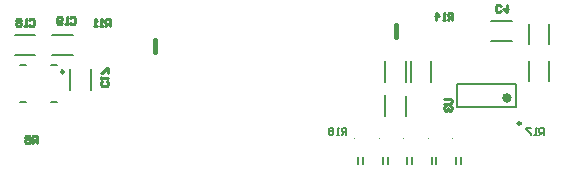
<source format=gbo>
G04*
G04 #@! TF.GenerationSoftware,Altium Limited,Altium Designer,23.10.1 (27)*
G04*
G04 Layer_Color=32896*
%FSLAX44Y44*%
%MOMM*%
G71*
G04*
G04 #@! TF.SameCoordinates,AB5FA82C-F65C-42C8-8390-C989D648E836*
G04*
G04*
G04 #@! TF.FilePolarity,Positive*
G04*
G01*
G75*
%ADD10C,0.2500*%
%ADD11C,0.2000*%
%ADD12C,0.4000*%
%ADD15C,0.2540*%
%ADD54C,0.1000*%
D10*
X795690Y948240D02*
G03*
X795690Y948240I-1250J0D01*
G01*
X408850Y991710D02*
G03*
X408850Y991710I-1250J0D01*
G01*
D11*
X699549Y913940D02*
Y919940D01*
X703549Y913940D02*
Y919940D01*
X682849Y913940D02*
Y919940D01*
X678848Y913940D02*
Y919940D01*
X724249Y913940D02*
Y919940D01*
X720249Y913940D02*
Y919940D01*
X744950Y913940D02*
Y919940D01*
X740950Y913940D02*
Y919940D01*
X658148Y913940D02*
Y919940D01*
X662148Y913940D02*
Y919940D01*
X741890Y961740D02*
Y981740D01*
X791890Y961740D02*
Y981740D01*
X741890D02*
X791890D01*
X741890Y961740D02*
X791890D01*
X702670Y983173D02*
Y1000673D01*
X719700Y983120D02*
Y1000620D01*
X698140Y954207D02*
Y971707D01*
X681110Y954260D02*
Y971760D01*
X681080Y983173D02*
Y1000673D01*
X698110Y983120D02*
Y1000620D01*
X802810Y983713D02*
Y1001213D01*
X819840Y983660D02*
Y1001160D01*
X819870Y1015007D02*
Y1032507D01*
X802840Y1015060D02*
Y1032560D01*
X770787Y1017820D02*
X788287D01*
X770840Y1034850D02*
X788340D01*
X431440Y976717D02*
Y994217D01*
X414410Y976770D02*
Y994270D01*
X403100Y997210D02*
Y997460D01*
Y965960D02*
Y966210D01*
X371600Y965960D02*
X376850D01*
X397850D02*
X403100D01*
X371600Y997210D02*
Y997460D01*
Y965960D02*
Y966210D01*
Y997460D02*
X376850D01*
X397850D02*
X403100D01*
X367117Y1006200D02*
X384617D01*
X367170Y1023230D02*
X384670D01*
X398973Y1023260D02*
X416473D01*
X398920Y1006230D02*
X416420D01*
X815218Y938071D02*
Y944069D01*
X812218D01*
X811219Y943069D01*
Y941070D01*
X812218Y940070D01*
X815218D01*
X813218D02*
X811219Y938071D01*
X809220D02*
X807220D01*
X808220D01*
Y944069D01*
X809220Y943069D01*
X804221Y944069D02*
X800222D01*
Y943069D01*
X804221Y939071D01*
Y938071D01*
X647954Y938530D02*
Y944528D01*
X644955D01*
X643955Y943528D01*
Y941529D01*
X644955Y940529D01*
X647954D01*
X645955D02*
X643955Y938530D01*
X641956D02*
X639957D01*
X640956D01*
Y944528D01*
X641956Y943528D01*
X636958D02*
X635958Y944528D01*
X633959D01*
X632959Y943528D01*
Y942529D01*
X633959Y941529D01*
X632959Y940529D01*
Y939530D01*
X633959Y938530D01*
X635958D01*
X636958Y939530D01*
Y940529D01*
X635958Y941529D01*
X636958Y942529D01*
Y943528D01*
X635958Y941529D02*
X633959D01*
D12*
X785890Y969740D02*
G03*
X785890Y969740I-2000J0D01*
G01*
X486290Y1008910D02*
Y1019070D01*
X689610Y1021080D02*
Y1031240D01*
D15*
X447548Y1030224D02*
Y1036222D01*
X444549D01*
X443549Y1035222D01*
Y1033223D01*
X444549Y1032223D01*
X447548D01*
X445549D02*
X443549Y1030224D01*
X441550D02*
X439551D01*
X440550D01*
Y1036222D01*
X441550Y1035222D01*
X436552Y1030224D02*
X434552D01*
X435552D01*
Y1036222D01*
X436552Y1035222D01*
X414085Y1037000D02*
X415085Y1038000D01*
X417084D01*
X418084Y1037000D01*
Y1033002D01*
X417084Y1032002D01*
X415085D01*
X414085Y1033002D01*
X412086Y1032002D02*
X410087D01*
X411086D01*
Y1038000D01*
X412086Y1037000D01*
X407088Y1033002D02*
X406088Y1032002D01*
X404089D01*
X403089Y1033002D01*
Y1037000D01*
X404089Y1038000D01*
X406088D01*
X407088Y1037000D01*
Y1036001D01*
X406088Y1035001D01*
X403089D01*
X731061Y968928D02*
X736059D01*
X737059Y967929D01*
Y965929D01*
X736059Y964930D01*
X731061D01*
X732061Y962930D02*
X731061Y961931D01*
Y959931D01*
X732061Y958932D01*
X733060D01*
X734060Y959931D01*
Y960931D01*
Y959931D01*
X735060Y958932D01*
X736059D01*
X737059Y959931D01*
Y961931D01*
X736059Y962930D01*
X737747Y1035861D02*
Y1041859D01*
X734749D01*
X733749Y1040859D01*
Y1038860D01*
X734749Y1037860D01*
X737747D01*
X735748D02*
X733749Y1035861D01*
X731749D02*
X729750D01*
X730750D01*
Y1041859D01*
X731749Y1040859D01*
X723752Y1035861D02*
Y1041859D01*
X726751Y1038860D01*
X722752D01*
X385998Y931721D02*
Y937719D01*
X382999D01*
X382000Y936719D01*
Y934720D01*
X382999Y933720D01*
X385998D01*
X383999D02*
X382000Y931721D01*
X380000Y936719D02*
X379001Y937719D01*
X377001D01*
X376002Y936719D01*
Y935720D01*
X377001Y934720D01*
X376002Y933720D01*
Y932721D01*
X377001Y931721D01*
X379001D01*
X380000Y932721D01*
Y933720D01*
X379001Y934720D01*
X380000Y935720D01*
Y936719D01*
X379001Y934720D02*
X377001D01*
X379419Y1035779D02*
X380419Y1036779D01*
X382418D01*
X383418Y1035779D01*
Y1031781D01*
X382418Y1030781D01*
X380419D01*
X379419Y1031781D01*
X377420Y1030781D02*
X375420D01*
X376420D01*
Y1036779D01*
X377420Y1035779D01*
X372421D02*
X371422Y1036779D01*
X369422D01*
X368422Y1035779D01*
Y1034780D01*
X369422Y1033780D01*
X368422Y1032780D01*
Y1031781D01*
X369422Y1030781D01*
X371422D01*
X372421Y1031781D01*
Y1032780D01*
X371422Y1033780D01*
X372421Y1034780D01*
Y1035779D01*
X371422Y1033780D02*
X369422D01*
X445229Y983641D02*
X446229Y982642D01*
Y980642D01*
X445229Y979642D01*
X441231D01*
X440231Y980642D01*
Y982642D01*
X441231Y983641D01*
X440231Y985640D02*
Y987640D01*
Y986640D01*
X446229D01*
X445229Y985640D01*
X446229Y990639D02*
Y994638D01*
X445229D01*
X441231Y990639D01*
X440231D01*
X778590Y1043401D02*
X777591Y1042401D01*
X775591D01*
X774592Y1043401D01*
Y1047399D01*
X775591Y1048399D01*
X777591D01*
X778590Y1047399D01*
X783589Y1048399D02*
Y1042401D01*
X780590Y1045400D01*
X784588D01*
D54*
X696928Y935561D02*
G03*
X696928Y935561I-500J0D01*
G01*
X676227D02*
G03*
X676227Y935561I-500J0D01*
G01*
X717628D02*
G03*
X717628Y935561I-500J0D01*
G01*
X738329D02*
G03*
X738329Y935561I-500J0D01*
G01*
X655527D02*
G03*
X655527Y935561I-500J0D01*
G01*
M02*

</source>
